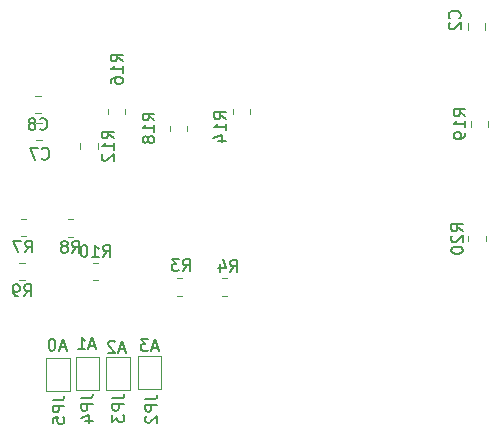
<source format=gbr>
%TF.GenerationSoftware,KiCad,Pcbnew,6.0.11-2627ca5db0~126~ubuntu22.04.1*%
%TF.CreationDate,2023-02-18T04:23:51-05:00*%
%TF.ProjectId,lin-flow-sensor,6c696e2d-666c-46f7-972d-73656e736f72,1.0*%
%TF.SameCoordinates,Original*%
%TF.FileFunction,Legend,Bot*%
%TF.FilePolarity,Positive*%
%FSLAX46Y46*%
G04 Gerber Fmt 4.6, Leading zero omitted, Abs format (unit mm)*
G04 Created by KiCad (PCBNEW 6.0.11-2627ca5db0~126~ubuntu22.04.1) date 2023-02-18 04:23:51*
%MOMM*%
%LPD*%
G01*
G04 APERTURE LIST*
%ADD10C,0.150000*%
%ADD11C,0.120000*%
G04 APERTURE END LIST*
D10*
%TO.C,R20*%
X220627380Y-85032142D02*
X220151190Y-84698809D01*
X220627380Y-84460714D02*
X219627380Y-84460714D01*
X219627380Y-84841666D01*
X219675000Y-84936904D01*
X219722619Y-84984523D01*
X219817857Y-85032142D01*
X219960714Y-85032142D01*
X220055952Y-84984523D01*
X220103571Y-84936904D01*
X220151190Y-84841666D01*
X220151190Y-84460714D01*
X219722619Y-85413095D02*
X219675000Y-85460714D01*
X219627380Y-85555952D01*
X219627380Y-85794047D01*
X219675000Y-85889285D01*
X219722619Y-85936904D01*
X219817857Y-85984523D01*
X219913095Y-85984523D01*
X220055952Y-85936904D01*
X220627380Y-85365476D01*
X220627380Y-85984523D01*
X219627380Y-86603571D02*
X219627380Y-86698809D01*
X219675000Y-86794047D01*
X219722619Y-86841666D01*
X219817857Y-86889285D01*
X220008333Y-86936904D01*
X220246428Y-86936904D01*
X220436904Y-86889285D01*
X220532142Y-86841666D01*
X220579761Y-86794047D01*
X220627380Y-86698809D01*
X220627380Y-86603571D01*
X220579761Y-86508333D01*
X220532142Y-86460714D01*
X220436904Y-86413095D01*
X220246428Y-86365476D01*
X220008333Y-86365476D01*
X219817857Y-86413095D01*
X219722619Y-86460714D01*
X219675000Y-86508333D01*
X219627380Y-86603571D01*
%TO.C,R19*%
X220827380Y-75307142D02*
X220351190Y-74973809D01*
X220827380Y-74735714D02*
X219827380Y-74735714D01*
X219827380Y-75116666D01*
X219875000Y-75211904D01*
X219922619Y-75259523D01*
X220017857Y-75307142D01*
X220160714Y-75307142D01*
X220255952Y-75259523D01*
X220303571Y-75211904D01*
X220351190Y-75116666D01*
X220351190Y-74735714D01*
X220827380Y-76259523D02*
X220827380Y-75688095D01*
X220827380Y-75973809D02*
X219827380Y-75973809D01*
X219970238Y-75878571D01*
X220065476Y-75783333D01*
X220113095Y-75688095D01*
X220827380Y-76735714D02*
X220827380Y-76926190D01*
X220779761Y-77021428D01*
X220732142Y-77069047D01*
X220589285Y-77164285D01*
X220398809Y-77211904D01*
X220017857Y-77211904D01*
X219922619Y-77164285D01*
X219875000Y-77116666D01*
X219827380Y-77021428D01*
X219827380Y-76830952D01*
X219875000Y-76735714D01*
X219922619Y-76688095D01*
X220017857Y-76640476D01*
X220255952Y-76640476D01*
X220351190Y-76688095D01*
X220398809Y-76735714D01*
X220446428Y-76830952D01*
X220446428Y-77021428D01*
X220398809Y-77116666D01*
X220351190Y-77164285D01*
X220255952Y-77211904D01*
%TO.C,R3*%
X196916666Y-88402380D02*
X197250000Y-87926190D01*
X197488095Y-88402380D02*
X197488095Y-87402380D01*
X197107142Y-87402380D01*
X197011904Y-87450000D01*
X196964285Y-87497619D01*
X196916666Y-87592857D01*
X196916666Y-87735714D01*
X196964285Y-87830952D01*
X197011904Y-87878571D01*
X197107142Y-87926190D01*
X197488095Y-87926190D01*
X196583333Y-87402380D02*
X195964285Y-87402380D01*
X196297619Y-87783333D01*
X196154761Y-87783333D01*
X196059523Y-87830952D01*
X196011904Y-87878571D01*
X195964285Y-87973809D01*
X195964285Y-88211904D01*
X196011904Y-88307142D01*
X196059523Y-88354761D01*
X196154761Y-88402380D01*
X196440476Y-88402380D01*
X196535714Y-88354761D01*
X196583333Y-88307142D01*
%TO.C,R18*%
X194502380Y-75657142D02*
X194026190Y-75323809D01*
X194502380Y-75085714D02*
X193502380Y-75085714D01*
X193502380Y-75466666D01*
X193550000Y-75561904D01*
X193597619Y-75609523D01*
X193692857Y-75657142D01*
X193835714Y-75657142D01*
X193930952Y-75609523D01*
X193978571Y-75561904D01*
X194026190Y-75466666D01*
X194026190Y-75085714D01*
X194502380Y-76609523D02*
X194502380Y-76038095D01*
X194502380Y-76323809D02*
X193502380Y-76323809D01*
X193645238Y-76228571D01*
X193740476Y-76133333D01*
X193788095Y-76038095D01*
X193930952Y-77180952D02*
X193883333Y-77085714D01*
X193835714Y-77038095D01*
X193740476Y-76990476D01*
X193692857Y-76990476D01*
X193597619Y-77038095D01*
X193550000Y-77085714D01*
X193502380Y-77180952D01*
X193502380Y-77371428D01*
X193550000Y-77466666D01*
X193597619Y-77514285D01*
X193692857Y-77561904D01*
X193740476Y-77561904D01*
X193835714Y-77514285D01*
X193883333Y-77466666D01*
X193930952Y-77371428D01*
X193930952Y-77180952D01*
X193978571Y-77085714D01*
X194026190Y-77038095D01*
X194121428Y-76990476D01*
X194311904Y-76990476D01*
X194407142Y-77038095D01*
X194454761Y-77085714D01*
X194502380Y-77180952D01*
X194502380Y-77371428D01*
X194454761Y-77466666D01*
X194407142Y-77514285D01*
X194311904Y-77561904D01*
X194121428Y-77561904D01*
X194026190Y-77514285D01*
X193978571Y-77466666D01*
X193930952Y-77371428D01*
%TO.C,JP2*%
X193727380Y-99266666D02*
X194441666Y-99266666D01*
X194584523Y-99219047D01*
X194679761Y-99123809D01*
X194727380Y-98980952D01*
X194727380Y-98885714D01*
X194727380Y-99742857D02*
X193727380Y-99742857D01*
X193727380Y-100123809D01*
X193775000Y-100219047D01*
X193822619Y-100266666D01*
X193917857Y-100314285D01*
X194060714Y-100314285D01*
X194155952Y-100266666D01*
X194203571Y-100219047D01*
X194251190Y-100123809D01*
X194251190Y-99742857D01*
X193822619Y-100695238D02*
X193775000Y-100742857D01*
X193727380Y-100838095D01*
X193727380Y-101076190D01*
X193775000Y-101171428D01*
X193822619Y-101219047D01*
X193917857Y-101266666D01*
X194013095Y-101266666D01*
X194155952Y-101219047D01*
X194727380Y-100647619D01*
X194727380Y-101266666D01*
X194789285Y-94891666D02*
X194313095Y-94891666D01*
X194884523Y-95177380D02*
X194551190Y-94177380D01*
X194217857Y-95177380D01*
X193979761Y-94177380D02*
X193360714Y-94177380D01*
X193694047Y-94558333D01*
X193551190Y-94558333D01*
X193455952Y-94605952D01*
X193408333Y-94653571D01*
X193360714Y-94748809D01*
X193360714Y-94986904D01*
X193408333Y-95082142D01*
X193455952Y-95129761D01*
X193551190Y-95177380D01*
X193836904Y-95177380D01*
X193932142Y-95129761D01*
X193979761Y-95082142D01*
%TO.C,R7*%
X183566666Y-86827380D02*
X183900000Y-86351190D01*
X184138095Y-86827380D02*
X184138095Y-85827380D01*
X183757142Y-85827380D01*
X183661904Y-85875000D01*
X183614285Y-85922619D01*
X183566666Y-86017857D01*
X183566666Y-86160714D01*
X183614285Y-86255952D01*
X183661904Y-86303571D01*
X183757142Y-86351190D01*
X184138095Y-86351190D01*
X183233333Y-85827380D02*
X182566666Y-85827380D01*
X182995238Y-86827380D01*
%TO.C,JP5*%
X185877380Y-99341666D02*
X186591666Y-99341666D01*
X186734523Y-99294047D01*
X186829761Y-99198809D01*
X186877380Y-99055952D01*
X186877380Y-98960714D01*
X186877380Y-99817857D02*
X185877380Y-99817857D01*
X185877380Y-100198809D01*
X185925000Y-100294047D01*
X185972619Y-100341666D01*
X186067857Y-100389285D01*
X186210714Y-100389285D01*
X186305952Y-100341666D01*
X186353571Y-100294047D01*
X186401190Y-100198809D01*
X186401190Y-99817857D01*
X185877380Y-101294047D02*
X185877380Y-100817857D01*
X186353571Y-100770238D01*
X186305952Y-100817857D01*
X186258333Y-100913095D01*
X186258333Y-101151190D01*
X186305952Y-101246428D01*
X186353571Y-101294047D01*
X186448809Y-101341666D01*
X186686904Y-101341666D01*
X186782142Y-101294047D01*
X186829761Y-101246428D01*
X186877380Y-101151190D01*
X186877380Y-100913095D01*
X186829761Y-100817857D01*
X186782142Y-100770238D01*
X186964285Y-94866666D02*
X186488095Y-94866666D01*
X187059523Y-95152380D02*
X186726190Y-94152380D01*
X186392857Y-95152380D01*
X185869047Y-94152380D02*
X185773809Y-94152380D01*
X185678571Y-94200000D01*
X185630952Y-94247619D01*
X185583333Y-94342857D01*
X185535714Y-94533333D01*
X185535714Y-94771428D01*
X185583333Y-94961904D01*
X185630952Y-95057142D01*
X185678571Y-95104761D01*
X185773809Y-95152380D01*
X185869047Y-95152380D01*
X185964285Y-95104761D01*
X186011904Y-95057142D01*
X186059523Y-94961904D01*
X186107142Y-94771428D01*
X186107142Y-94533333D01*
X186059523Y-94342857D01*
X186011904Y-94247619D01*
X185964285Y-94200000D01*
X185869047Y-94152380D01*
%TO.C,R4*%
X200916666Y-88477380D02*
X201250000Y-88001190D01*
X201488095Y-88477380D02*
X201488095Y-87477380D01*
X201107142Y-87477380D01*
X201011904Y-87525000D01*
X200964285Y-87572619D01*
X200916666Y-87667857D01*
X200916666Y-87810714D01*
X200964285Y-87905952D01*
X201011904Y-87953571D01*
X201107142Y-88001190D01*
X201488095Y-88001190D01*
X200059523Y-87810714D02*
X200059523Y-88477380D01*
X200297619Y-87429761D02*
X200535714Y-88144047D01*
X199916666Y-88144047D01*
%TO.C,C2*%
X220332142Y-67008333D02*
X220379761Y-66960714D01*
X220427380Y-66817857D01*
X220427380Y-66722619D01*
X220379761Y-66579761D01*
X220284523Y-66484523D01*
X220189285Y-66436904D01*
X219998809Y-66389285D01*
X219855952Y-66389285D01*
X219665476Y-66436904D01*
X219570238Y-66484523D01*
X219475000Y-66579761D01*
X219427380Y-66722619D01*
X219427380Y-66817857D01*
X219475000Y-66960714D01*
X219522619Y-67008333D01*
X219522619Y-67389285D02*
X219475000Y-67436904D01*
X219427380Y-67532142D01*
X219427380Y-67770238D01*
X219475000Y-67865476D01*
X219522619Y-67913095D01*
X219617857Y-67960714D01*
X219713095Y-67960714D01*
X219855952Y-67913095D01*
X220427380Y-67341666D01*
X220427380Y-67960714D01*
%TO.C,R14*%
X200552380Y-75557142D02*
X200076190Y-75223809D01*
X200552380Y-74985714D02*
X199552380Y-74985714D01*
X199552380Y-75366666D01*
X199600000Y-75461904D01*
X199647619Y-75509523D01*
X199742857Y-75557142D01*
X199885714Y-75557142D01*
X199980952Y-75509523D01*
X200028571Y-75461904D01*
X200076190Y-75366666D01*
X200076190Y-74985714D01*
X200552380Y-76509523D02*
X200552380Y-75938095D01*
X200552380Y-76223809D02*
X199552380Y-76223809D01*
X199695238Y-76128571D01*
X199790476Y-76033333D01*
X199838095Y-75938095D01*
X199885714Y-77366666D02*
X200552380Y-77366666D01*
X199504761Y-77128571D02*
X200219047Y-76890476D01*
X200219047Y-77509523D01*
%TO.C,R8*%
X187541666Y-86877380D02*
X187875000Y-86401190D01*
X188113095Y-86877380D02*
X188113095Y-85877380D01*
X187732142Y-85877380D01*
X187636904Y-85925000D01*
X187589285Y-85972619D01*
X187541666Y-86067857D01*
X187541666Y-86210714D01*
X187589285Y-86305952D01*
X187636904Y-86353571D01*
X187732142Y-86401190D01*
X188113095Y-86401190D01*
X186970238Y-86305952D02*
X187065476Y-86258333D01*
X187113095Y-86210714D01*
X187160714Y-86115476D01*
X187160714Y-86067857D01*
X187113095Y-85972619D01*
X187065476Y-85925000D01*
X186970238Y-85877380D01*
X186779761Y-85877380D01*
X186684523Y-85925000D01*
X186636904Y-85972619D01*
X186589285Y-86067857D01*
X186589285Y-86115476D01*
X186636904Y-86210714D01*
X186684523Y-86258333D01*
X186779761Y-86305952D01*
X186970238Y-86305952D01*
X187065476Y-86353571D01*
X187113095Y-86401190D01*
X187160714Y-86496428D01*
X187160714Y-86686904D01*
X187113095Y-86782142D01*
X187065476Y-86829761D01*
X186970238Y-86877380D01*
X186779761Y-86877380D01*
X186684523Y-86829761D01*
X186636904Y-86782142D01*
X186589285Y-86686904D01*
X186589285Y-86496428D01*
X186636904Y-86401190D01*
X186684523Y-86353571D01*
X186779761Y-86305952D01*
%TO.C,R9*%
X183466666Y-90552380D02*
X183800000Y-90076190D01*
X184038095Y-90552380D02*
X184038095Y-89552380D01*
X183657142Y-89552380D01*
X183561904Y-89600000D01*
X183514285Y-89647619D01*
X183466666Y-89742857D01*
X183466666Y-89885714D01*
X183514285Y-89980952D01*
X183561904Y-90028571D01*
X183657142Y-90076190D01*
X184038095Y-90076190D01*
X182990476Y-90552380D02*
X182800000Y-90552380D01*
X182704761Y-90504761D01*
X182657142Y-90457142D01*
X182561904Y-90314285D01*
X182514285Y-90123809D01*
X182514285Y-89742857D01*
X182561904Y-89647619D01*
X182609523Y-89600000D01*
X182704761Y-89552380D01*
X182895238Y-89552380D01*
X182990476Y-89600000D01*
X183038095Y-89647619D01*
X183085714Y-89742857D01*
X183085714Y-89980952D01*
X183038095Y-90076190D01*
X182990476Y-90123809D01*
X182895238Y-90171428D01*
X182704761Y-90171428D01*
X182609523Y-90123809D01*
X182561904Y-90076190D01*
X182514285Y-89980952D01*
%TO.C,R12*%
X191052380Y-77182142D02*
X190576190Y-76848809D01*
X191052380Y-76610714D02*
X190052380Y-76610714D01*
X190052380Y-76991666D01*
X190100000Y-77086904D01*
X190147619Y-77134523D01*
X190242857Y-77182142D01*
X190385714Y-77182142D01*
X190480952Y-77134523D01*
X190528571Y-77086904D01*
X190576190Y-76991666D01*
X190576190Y-76610714D01*
X191052380Y-78134523D02*
X191052380Y-77563095D01*
X191052380Y-77848809D02*
X190052380Y-77848809D01*
X190195238Y-77753571D01*
X190290476Y-77658333D01*
X190338095Y-77563095D01*
X190147619Y-78515476D02*
X190100000Y-78563095D01*
X190052380Y-78658333D01*
X190052380Y-78896428D01*
X190100000Y-78991666D01*
X190147619Y-79039285D01*
X190242857Y-79086904D01*
X190338095Y-79086904D01*
X190480952Y-79039285D01*
X191052380Y-78467857D01*
X191052380Y-79086904D01*
%TO.C,R16*%
X191802380Y-70657142D02*
X191326190Y-70323809D01*
X191802380Y-70085714D02*
X190802380Y-70085714D01*
X190802380Y-70466666D01*
X190850000Y-70561904D01*
X190897619Y-70609523D01*
X190992857Y-70657142D01*
X191135714Y-70657142D01*
X191230952Y-70609523D01*
X191278571Y-70561904D01*
X191326190Y-70466666D01*
X191326190Y-70085714D01*
X191802380Y-71609523D02*
X191802380Y-71038095D01*
X191802380Y-71323809D02*
X190802380Y-71323809D01*
X190945238Y-71228571D01*
X191040476Y-71133333D01*
X191088095Y-71038095D01*
X190802380Y-72466666D02*
X190802380Y-72276190D01*
X190850000Y-72180952D01*
X190897619Y-72133333D01*
X191040476Y-72038095D01*
X191230952Y-71990476D01*
X191611904Y-71990476D01*
X191707142Y-72038095D01*
X191754761Y-72085714D01*
X191802380Y-72180952D01*
X191802380Y-72371428D01*
X191754761Y-72466666D01*
X191707142Y-72514285D01*
X191611904Y-72561904D01*
X191373809Y-72561904D01*
X191278571Y-72514285D01*
X191230952Y-72466666D01*
X191183333Y-72371428D01*
X191183333Y-72180952D01*
X191230952Y-72085714D01*
X191278571Y-72038095D01*
X191373809Y-71990476D01*
%TO.C,R10*%
X190167857Y-87227380D02*
X190501190Y-86751190D01*
X190739285Y-87227380D02*
X190739285Y-86227380D01*
X190358333Y-86227380D01*
X190263095Y-86275000D01*
X190215476Y-86322619D01*
X190167857Y-86417857D01*
X190167857Y-86560714D01*
X190215476Y-86655952D01*
X190263095Y-86703571D01*
X190358333Y-86751190D01*
X190739285Y-86751190D01*
X189215476Y-87227380D02*
X189786904Y-87227380D01*
X189501190Y-87227380D02*
X189501190Y-86227380D01*
X189596428Y-86370238D01*
X189691666Y-86465476D01*
X189786904Y-86513095D01*
X188596428Y-86227380D02*
X188501190Y-86227380D01*
X188405952Y-86275000D01*
X188358333Y-86322619D01*
X188310714Y-86417857D01*
X188263095Y-86608333D01*
X188263095Y-86846428D01*
X188310714Y-87036904D01*
X188358333Y-87132142D01*
X188405952Y-87179761D01*
X188501190Y-87227380D01*
X188596428Y-87227380D01*
X188691666Y-87179761D01*
X188739285Y-87132142D01*
X188786904Y-87036904D01*
X188834523Y-86846428D01*
X188834523Y-86608333D01*
X188786904Y-86417857D01*
X188739285Y-86322619D01*
X188691666Y-86275000D01*
X188596428Y-86227380D01*
%TO.C,C7*%
X184966666Y-78882142D02*
X185014285Y-78929761D01*
X185157142Y-78977380D01*
X185252380Y-78977380D01*
X185395238Y-78929761D01*
X185490476Y-78834523D01*
X185538095Y-78739285D01*
X185585714Y-78548809D01*
X185585714Y-78405952D01*
X185538095Y-78215476D01*
X185490476Y-78120238D01*
X185395238Y-78025000D01*
X185252380Y-77977380D01*
X185157142Y-77977380D01*
X185014285Y-78025000D01*
X184966666Y-78072619D01*
X184633333Y-77977380D02*
X183966666Y-77977380D01*
X184395238Y-78977380D01*
%TO.C,C8*%
X184804166Y-76362142D02*
X184851785Y-76409761D01*
X184994642Y-76457380D01*
X185089880Y-76457380D01*
X185232738Y-76409761D01*
X185327976Y-76314523D01*
X185375595Y-76219285D01*
X185423214Y-76028809D01*
X185423214Y-75885952D01*
X185375595Y-75695476D01*
X185327976Y-75600238D01*
X185232738Y-75505000D01*
X185089880Y-75457380D01*
X184994642Y-75457380D01*
X184851785Y-75505000D01*
X184804166Y-75552619D01*
X184232738Y-75885952D02*
X184327976Y-75838333D01*
X184375595Y-75790714D01*
X184423214Y-75695476D01*
X184423214Y-75647857D01*
X184375595Y-75552619D01*
X184327976Y-75505000D01*
X184232738Y-75457380D01*
X184042261Y-75457380D01*
X183947023Y-75505000D01*
X183899404Y-75552619D01*
X183851785Y-75647857D01*
X183851785Y-75695476D01*
X183899404Y-75790714D01*
X183947023Y-75838333D01*
X184042261Y-75885952D01*
X184232738Y-75885952D01*
X184327976Y-75933571D01*
X184375595Y-75981190D01*
X184423214Y-76076428D01*
X184423214Y-76266904D01*
X184375595Y-76362142D01*
X184327976Y-76409761D01*
X184232738Y-76457380D01*
X184042261Y-76457380D01*
X183947023Y-76409761D01*
X183899404Y-76362142D01*
X183851785Y-76266904D01*
X183851785Y-76076428D01*
X183899404Y-75981190D01*
X183947023Y-75933571D01*
X184042261Y-75885952D01*
%TO.C,JP4*%
X188302380Y-99191666D02*
X189016666Y-99191666D01*
X189159523Y-99144047D01*
X189254761Y-99048809D01*
X189302380Y-98905952D01*
X189302380Y-98810714D01*
X189302380Y-99667857D02*
X188302380Y-99667857D01*
X188302380Y-100048809D01*
X188350000Y-100144047D01*
X188397619Y-100191666D01*
X188492857Y-100239285D01*
X188635714Y-100239285D01*
X188730952Y-100191666D01*
X188778571Y-100144047D01*
X188826190Y-100048809D01*
X188826190Y-99667857D01*
X188635714Y-101096428D02*
X189302380Y-101096428D01*
X188254761Y-100858333D02*
X188969047Y-100620238D01*
X188969047Y-101239285D01*
X189489285Y-94741666D02*
X189013095Y-94741666D01*
X189584523Y-95027380D02*
X189251190Y-94027380D01*
X188917857Y-95027380D01*
X188060714Y-95027380D02*
X188632142Y-95027380D01*
X188346428Y-95027380D02*
X188346428Y-94027380D01*
X188441666Y-94170238D01*
X188536904Y-94265476D01*
X188632142Y-94313095D01*
%TO.C,JP3*%
X190952380Y-99191666D02*
X191666666Y-99191666D01*
X191809523Y-99144047D01*
X191904761Y-99048809D01*
X191952380Y-98905952D01*
X191952380Y-98810714D01*
X191952380Y-99667857D02*
X190952380Y-99667857D01*
X190952380Y-100048809D01*
X191000000Y-100144047D01*
X191047619Y-100191666D01*
X191142857Y-100239285D01*
X191285714Y-100239285D01*
X191380952Y-100191666D01*
X191428571Y-100144047D01*
X191476190Y-100048809D01*
X191476190Y-99667857D01*
X190952380Y-100572619D02*
X190952380Y-101191666D01*
X191333333Y-100858333D01*
X191333333Y-101001190D01*
X191380952Y-101096428D01*
X191428571Y-101144047D01*
X191523809Y-101191666D01*
X191761904Y-101191666D01*
X191857142Y-101144047D01*
X191904761Y-101096428D01*
X191952380Y-101001190D01*
X191952380Y-100715476D01*
X191904761Y-100620238D01*
X191857142Y-100572619D01*
X192014285Y-95041666D02*
X191538095Y-95041666D01*
X192109523Y-95327380D02*
X191776190Y-94327380D01*
X191442857Y-95327380D01*
X191157142Y-94422619D02*
X191109523Y-94375000D01*
X191014285Y-94327380D01*
X190776190Y-94327380D01*
X190680952Y-94375000D01*
X190633333Y-94422619D01*
X190585714Y-94517857D01*
X190585714Y-94613095D01*
X190633333Y-94755952D01*
X191204761Y-95327380D01*
X190585714Y-95327380D01*
D11*
%TO.C,R20*%
X221090000Y-85447936D02*
X221090000Y-85902064D01*
X222560000Y-85447936D02*
X222560000Y-85902064D01*
%TO.C,R19*%
X221290000Y-75722936D02*
X221290000Y-76177064D01*
X222760000Y-75722936D02*
X222760000Y-76177064D01*
%TO.C,R3*%
X196422936Y-89015000D02*
X196877064Y-89015000D01*
X196422936Y-90485000D02*
X196877064Y-90485000D01*
%TO.C,R18*%
X195815000Y-76122936D02*
X195815000Y-76577064D01*
X197285000Y-76122936D02*
X197285000Y-76577064D01*
%TO.C,JP2*%
X193075000Y-95600000D02*
X193075000Y-98400000D01*
X193075000Y-98400000D02*
X195075000Y-98400000D01*
X195075000Y-95600000D02*
X193075000Y-95600000D01*
X195075000Y-98400000D02*
X195075000Y-95600000D01*
%TO.C,R7*%
X183172936Y-83990000D02*
X183627064Y-83990000D01*
X183172936Y-85460000D02*
X183627064Y-85460000D01*
%TO.C,JP5*%
X187350000Y-98550000D02*
X187350000Y-95750000D01*
X187350000Y-95750000D02*
X185350000Y-95750000D01*
X185350000Y-98550000D02*
X187350000Y-98550000D01*
X185350000Y-95750000D02*
X185350000Y-98550000D01*
%TO.C,R4*%
X200652064Y-89015000D02*
X200197936Y-89015000D01*
X200652064Y-90485000D02*
X200197936Y-90485000D01*
%TO.C,C2*%
X222510000Y-67973752D02*
X222510000Y-67451248D01*
X221040000Y-67973752D02*
X221040000Y-67451248D01*
%TO.C,R14*%
X202635000Y-74672936D02*
X202635000Y-75127064D01*
X201165000Y-74672936D02*
X201165000Y-75127064D01*
%TO.C,R8*%
X187147936Y-85510000D02*
X187602064Y-85510000D01*
X187147936Y-84040000D02*
X187602064Y-84040000D01*
%TO.C,R9*%
X183072936Y-87715000D02*
X183527064Y-87715000D01*
X183072936Y-89185000D02*
X183527064Y-89185000D01*
%TO.C,R12*%
X189685000Y-78052064D02*
X189685000Y-77597936D01*
X188215000Y-78052064D02*
X188215000Y-77597936D01*
%TO.C,R16*%
X192035000Y-74672936D02*
X192035000Y-75127064D01*
X190565000Y-74672936D02*
X190565000Y-75127064D01*
%TO.C,R10*%
X189752064Y-89160000D02*
X189297936Y-89160000D01*
X189752064Y-87690000D02*
X189297936Y-87690000D01*
%TO.C,C7*%
X184973752Y-75840000D02*
X184451248Y-75840000D01*
X184973752Y-77310000D02*
X184451248Y-77310000D01*
%TO.C,C8*%
X184376248Y-75060000D02*
X184898752Y-75060000D01*
X184376248Y-73590000D02*
X184898752Y-73590000D01*
%TO.C,JP4*%
X187825000Y-95700000D02*
X187825000Y-98500000D01*
X187825000Y-98500000D02*
X189825000Y-98500000D01*
X189825000Y-95700000D02*
X187825000Y-95700000D01*
X189825000Y-98500000D02*
X189825000Y-95700000D01*
%TO.C,JP3*%
X192425000Y-98450000D02*
X192425000Y-95650000D01*
X190425000Y-98450000D02*
X192425000Y-98450000D01*
X192425000Y-95650000D02*
X190425000Y-95650000D01*
X190425000Y-95650000D02*
X190425000Y-98450000D01*
%TD*%
M02*

</source>
